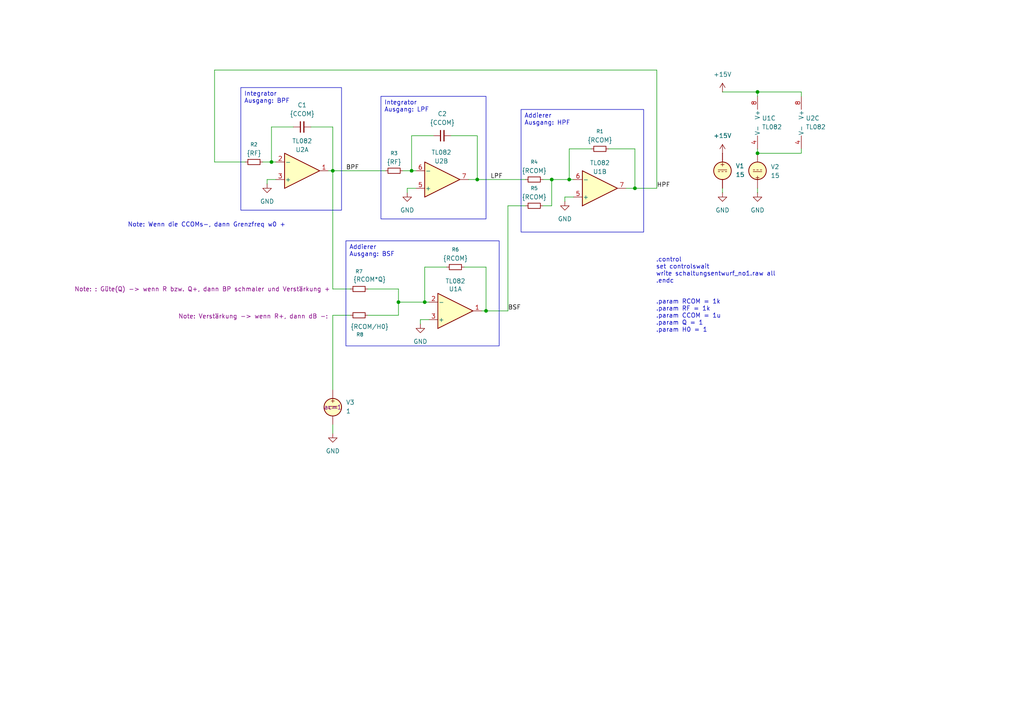
<source format=kicad_sch>
(kicad_sch (version 20250114) (generator "eeschema") (generator_version "9.0")
  (paper "A4")
  (lib_symbols
    (symbol "Amplifier_Operational:TL082" (pin_names (offset 0.127))
      (property "Reference" "U" (at 0 5.08 0))
      (property "Value" "TL082" (at 0 -5.08 0))
      (symbol "TL082_1_1"
        (polyline (pts (xy -5.08 5.08) (xy 5.08 0) (xy -5.08 -5.08) (xy -5.08 5.08)) (stroke (width 0.254)) (fill (type background)))
        (pin input line (at -7.62 2.54 0) (length 2.54) (name "+") (number "3"))
        (pin input line (at -7.62 -2.54 0) (length 2.54) (name "-") (number "2"))
        (pin output line (at 7.62 0 180) (length 2.54) (name "~") (number "1"))
      )
      (symbol "TL082_2_1"
        (polyline (pts (xy -5.08 5.08) (xy 5.08 0) (xy -5.08 -5.08) (xy -5.08 5.08)) (stroke (width 0.254)) (fill (type background)))
        (pin input line (at -7.62 2.54 0) (length 2.54) (name "+") (number "5"))
        (pin input line (at -7.62 -2.54 0) (length 2.54) (name "-") (number "6"))
        (pin output line (at 7.62 0 180) (length 2.54) (name "~") (number "7"))
      )
      (symbol "TL082_3_1"
        (pin power_in line (at -2.54 7.62 270) (length 3.81) (name "V+") (number "8"))
        (pin power_in line (at -2.54 -7.62 90) (length 3.81) (name "V-") (number "4"))
      )
    )
    (symbol "Device:C_Small" (pin_numbers (hide yes)) (pin_names (offset 0.254) (hide yes))
      (property "Reference" "C" (at 0.254 1.778 0))
      (property "Value" "C_Small" (at 0.254 -2.032 0))
      (symbol "C_Small_0_1"
        (polyline (pts (xy -1.524 0.508) (xy 1.524 0.508)) (stroke (width 0.3048)))
        (polyline (pts (xy -1.524 -0.508) (xy 1.524 -0.508)) (stroke (width 0.3302)))
      )
      (symbol "C_Small_1_1"
        (pin passive line (at 0 2.54 270) (length 2.032) (name "~") (number "1"))
        (pin passive line (at 0 -2.54 90) (length 2.032) (name "~") (number "2"))
      )
    )
    (symbol "Device:R_Small" (pin_numbers (hide yes)) (pin_names (offset 0.254) (hide yes))
      (property "Reference" "R" (at 0 0 90))
      (property "Value" "R_Small" (at 1.778 0 90))
      (symbol "R_Small_0_1"
        (rectangle (start -0.762 1.778) (end 0.762 -1.778) (stroke (width 0.2032)))
      )
      (symbol "R_Small_1_1"
        (pin passive line (at 0 2.54 270) (length 0.762) (name "~") (number "1"))
        (pin passive line (at 0 -2.54 90) (length 0.762) (name "~") (number "2"))
      )
    )
    (symbol "Simulation_SPICE:VDC" (pin_numbers (hide yes)) (pin_names (offset 0.0254))
      (property "Reference" "V" (at 2.54 2.54 0))
      (property "Value" "1" (at 2.54 0 0))
      (symbol "VDC_0_0"
        (polyline (pts (xy -1.27 0.254) (xy 1.27 0.254)))
        (polyline (pts (xy -0.762 -0.254) (xy -1.27 -0.254)))
        (polyline (pts (xy 0.254 -0.254) (xy -0.254 -0.254)))
        (polyline (pts (xy 1.27 -0.254) (xy 0.762 -0.254)))
        (text "+" (at 0 1.905 0) (effects (font (size 1.27 1.27))))
      )
      (symbol "VDC_0_1"
        (circle (center 0 0) (radius 2.54) (stroke (width 0.254)) (fill (type background)))
      )
      (symbol "VDC_1_1"
        (pin passive line (at 0 5.08 270) (length 2.54) (name "~") (number "1"))
        (pin passive line (at 0 -5.08 90) (length 2.54) (name "~") (number "2"))
      )
    )
    (symbol "power:+15V" (power) (pin_numbers (hide yes)) (pin_names (offset 0) (hide yes))
      (property "Value" "+15V" (at 0 3.556 0))
      (symbol "+15V_0_1"
        (polyline (pts (xy -0.762 1.27) (xy 0 2.54)))
        (polyline (pts (xy 0 2.54) (xy 0.762 1.27)))
        (polyline (pts (xy 0 0) (xy 0 2.54)))
      )
      (symbol "+15V_1_1"
        (pin power_in line (at 0 0 90) (length 0) (name "~") (number "1"))
      )
    )
    (symbol "power:GND" (power) (pin_numbers (hide yes)) (pin_names (offset 0) (hide yes))
      (property "Value" "GND" (at 0 -3.81 0))
      (symbol "GND_0_1"
        (polyline (pts (xy 0 0) (xy 0 -1.27) (xy 1.27 -1.27) (xy 0 -2.54) (xy -1.27 -1.27) (xy 0 -1.27)))
      )
      (symbol "GND_1_1"
        (pin power_in line (at 0 0 270) (length 0) (name "~") (number "1"))
      )
    )
  )
  (text ".control\nset controlswait\nwrite schaltungsentwurf_no1.raw all\n.endc" (at 190.246 78.486 0) (effects (font (size 1.27 1.27)) (justify left)))
  (text "Note: Wenn die CCOMs-, dann Grenzfreq w0 +" (at 59.944 65.278 0) (effects (font (size 1.27 1.27))))
  (text ".param RCOM = 1k\n.param RF = 1k\n.param CCOM = 1u\n.param Q = 1\n.param H0 = 1\n\n" (at 190.246 86.868 0) (effects (font (size 1.27 1.27)) (justify left top)))
  (text_box "Integrator\nAusgang: LPF\n" (at 110.49 27.94 0) (size 30.48 35.56) (margins 0.9525 0.9525 0.9525 0.9525) (effects (font (size 1.27 1.27)) (justify left top)))
  (text_box "Addierer\nAusgang: HPF\n" (at 151.13 31.75 0) (size 35.56 35.56) (margins 0.9525 0.9525 0.9525 0.9525) (effects (font (size 1.27 1.27)) (justify left top)))
  (text_box "Addierer\nAusgang: BSF\n" (at 100.33 69.85 0) (size 44.45 30.48) (margins 0.9525 0.9525 0.9525 0.9525) (effects (font (size 1.27 1.27)) (justify left top)))
  (text_box "Integrator\nAusgang: BPF\n" (at 69.85 25.4 0) (size 29.21 35.56) (margins 0.9525 0.9525 0.9525 0.9525) (effects (font (size 1.27 1.27)) (justify left top)))
  (junction (at 219.71 26.67))
  (junction (at 140.97 90.17))
  (junction (at 119.38 49.53))
  (junction (at 184.15 54.61))
  (junction (at 96.52 49.53))
  (junction (at 219.71 44.45))
  (junction (at 123.19 87.63))
  (junction (at 160.02 52.07))
  (junction (at 115.57 87.63))
  (junction (at 138.43 52.07))
  (junction (at 78.74 46.99))
  (junction (at 165.1 52.07))
  (wire (pts (xy 219.71 43.18) (xy 219.71 44.45)))
  (wire (pts (xy 118.11 54.61) (xy 120.65 54.61)))
  (wire (pts (xy 190.5 20.32) (xy 190.5 54.61)))
  (wire (pts (xy 90.17 36.83) (xy 96.52 36.83)))
  (wire (pts (xy 140.97 90.17) (xy 140.97 77.47)))
  (wire (pts (xy 176.53 43.18) (xy 184.15 43.18)))
  (wire (pts (xy 171.45 43.18) (xy 165.1 43.18)))
  (wire (pts (xy 106.68 91.44) (xy 115.57 91.44)))
  (wire (pts (xy 77.47 52.07) (xy 80.01 52.07)))
  (wire (pts (xy 96.52 83.82) (xy 101.6 83.82)))
  (wire (pts (xy 96.52 36.83) (xy 96.52 49.53)))
  (wire (pts (xy 77.47 53.34) (xy 77.47 52.07)))
  (wire (pts (xy 165.1 43.18) (xy 165.1 52.07)))
  (wire (pts (xy 123.19 87.63) (xy 124.46 87.63)))
  (wire (pts (xy 232.41 44.45) (xy 219.71 44.45)))
  (wire (pts (xy 76.2 46.99) (xy 78.74 46.99)))
  (wire (pts (xy 135.89 52.07) (xy 138.43 52.07)))
  (wire (pts (xy 232.41 43.18) (xy 232.41 44.45)))
  (wire (pts (xy 165.1 52.07) (xy 166.37 52.07)))
  (wire (pts (xy 96.52 123.19) (xy 96.52 125.73)))
  (wire (pts (xy 85.09 36.83) (xy 78.74 36.83)))
  (wire (pts (xy 78.74 46.99) (xy 80.01 46.99)))
  (wire (pts (xy 190.5 54.61) (xy 184.15 54.61)))
  (wire (pts (xy 123.19 77.47) (xy 123.19 87.63)))
  (wire (pts (xy 119.38 39.37) (xy 119.38 49.53)))
  (wire (pts (xy 160.02 52.07) (xy 165.1 52.07)))
  (wire (pts (xy 116.84 49.53) (xy 119.38 49.53)))
  (wire (pts (xy 71.12 46.99) (xy 62.23 46.99)))
  (wire (pts (xy 115.57 91.44) (xy 115.57 87.63)))
  (wire (pts (xy 115.57 83.82) (xy 115.57 87.63)))
  (wire (pts (xy 147.32 59.69) (xy 152.4 59.69)))
  (wire (pts (xy 134.62 77.47) (xy 140.97 77.47)))
  (wire (pts (xy 147.32 90.17) (xy 140.97 90.17)))
  (wire (pts (xy 123.19 77.47) (xy 129.54 77.47)))
  (wire (pts (xy 115.57 87.63) (xy 123.19 87.63)))
  (wire (pts (xy 160.02 59.69) (xy 157.48 59.69)))
  (wire (pts (xy 138.43 39.37) (xy 138.43 52.07)))
  (wire (pts (xy 62.23 46.99) (xy 62.23 20.32)))
  (wire (pts (xy 118.11 55.88) (xy 118.11 54.61)))
  (wire (pts (xy 209.55 26.67) (xy 219.71 26.67)))
  (wire (pts (xy 209.55 54.61) (xy 209.55 55.88)))
  (wire (pts (xy 119.38 49.53) (xy 120.65 49.53)))
  (wire (pts (xy 219.71 55.88) (xy 219.71 54.61)))
  (wire (pts (xy 106.68 83.82) (xy 115.57 83.82)))
  (wire (pts (xy 78.74 36.83) (xy 78.74 46.99)))
  (wire (pts (xy 163.83 58.42) (xy 163.83 57.15)))
  (wire (pts (xy 119.38 39.37) (xy 125.73 39.37)))
  (wire (pts (xy 130.81 39.37) (xy 138.43 39.37)))
  (wire (pts (xy 62.23 20.32) (xy 190.5 20.32)))
  (wire (pts (xy 96.52 91.44) (xy 96.52 113.03)))
  (wire (pts (xy 147.32 59.69) (xy 147.32 90.17)))
  (wire (pts (xy 184.15 54.61) (xy 181.61 54.61)))
  (wire (pts (xy 121.92 92.71) (xy 121.92 93.98)))
  (wire (pts (xy 138.43 52.07) (xy 152.4 52.07)))
  (wire (pts (xy 157.48 52.07) (xy 160.02 52.07)))
  (wire (pts (xy 124.46 92.71) (xy 121.92 92.71)))
  (wire (pts (xy 95.25 49.53) (xy 96.52 49.53)))
  (wire (pts (xy 232.41 27.94) (xy 232.41 26.67)))
  (wire (pts (xy 140.97 90.17) (xy 139.7 90.17)))
  (wire (pts (xy 219.71 26.67) (xy 219.71 27.94)))
  (wire (pts (xy 184.15 43.18) (xy 184.15 54.61)))
  (wire (pts (xy 96.52 91.44) (xy 101.6 91.44)))
  (wire (pts (xy 160.02 59.69) (xy 160.02 52.07)))
  (wire (pts (xy 96.52 49.53) (xy 96.52 83.82)))
  (wire (pts (xy 96.52 49.53) (xy 111.76 49.53)))
  (wire (pts (xy 163.83 57.15) (xy 166.37 57.15)))
  (wire (pts (xy 219.71 26.67) (xy 232.41 26.67)))
  (label "HPF" (at 190.5 54.61 0))
  (label "LPF" (at 142.24 52.07 0))
  (label "BPF" (at 100.33 49.53 0))
  (label "BSF" (at 147.32 90.17 0))
  (symbol (lib_id "Amplifier_Operational:TL082") (at 222.25 35.56 0) (unit 3)
    (property "Reference" "U1" (at 220.98 34.2899 0) (effects (justify left)))
    (property "Value" "TL082" (at 220.98 36.8299 0) (effects (justify left)))
    (property "Footprint" "Package_DIP:CERDIP-8_W7.62mm_SideBrazed_LongPads_Socket" (effects (hide yes)))
    (property "Datasheet" "http://www.ti.com/lit/ds/symlink/tl081.pdf" (effects (hide yes)))
    (property "Description" "Dual JFET-Input Operational Amplifiers, DIP-8/SOIC-8/SSOP-8" (effects (hide yes)))
    (property "Sim.Library" "TL082-dual.lib" (effects (hide yes)))
    (property "Sim.Name" "TL082-dual" (effects (hide yes)))
    (property "Sim.Device" "SUBCKT" (effects (hide yes)))
    (property "Sim.Pins" "1=1out 2=1in- 3=1in+ 4=vcc- 5=2in+ 6=2in- 7=2out 8=vcc+" (effects (hide yes)))
  )
  (symbol (lib_id "Device:R_Small") (at 73.66 46.99 90) (unit 1)
    (property "Reference" "R2" (at 73.66 41.91 90) (effects (font (size 1.016 1.016))))
    (property "Value" "{RF}" (at 73.66 44.45 90))
    (property "Footprint" "000_Footprints:Resistor" (effects (hide yes)))
    (property "Description" "Resistor, small symbol" (effects (hide yes)))
  )
  (symbol (lib_id "Device:R_Small") (at 154.94 52.07 90) (unit 1)
    (property "Reference" "R4" (at 154.94 46.99 90) (effects (font (size 1.016 1.016))))
    (property "Value" "{RCOM}" (at 154.94 49.53 90))
    (property "Footprint" "000_Footprints:Resistor" (effects (hide yes)))
    (property "Description" "Resistor, small symbol" (effects (hide yes)))
  )
  (symbol (lib_id "Simulation_SPICE:VDC") (at 96.52 118.11 0) (unit 1)
    (property "Reference" "V3" (at 100.33 116.7101 0) (effects (justify left)))
    (property "Value" "1" (at 100.33 119.2501 0) (effects (justify left)))
    (property "Datasheet" "https://ngspice.sourceforge.io/docs/ngspice-html-manual/manual.xhtml#sec_Independent_Sources_for" (effects (hide yes)))
    (property "Description" "Voltage source, DC" (effects (hide yes)))
    (property "Sim.Pins" "1=+ 2=-" (effects (hide yes)))
    (property "Sim.Type" "DC" (effects (hide yes)))
    (property "Sim.Device" "V" (effects (hide yes)))
    (property "Sim.Params" "ac=1" (at 96.52 118.11 0))
  )
  (symbol (lib_id "power:GND") (at 163.83 58.42 0) (unit 1)
    (property "Reference" "#PWR04" (effects (hide yes)))
    (property "Value" "GND" (at 163.83 63.5 0))
    (property "Description" "Power symbol creates a global label with name \"GND\" , ground" (effects (hide yes)))
  )
  (symbol (lib_id "power:GND") (at 219.71 55.88 0) (unit 1)
    (property "Reference" "#PWR05" (effects (hide yes)))
    (property "Value" "GND" (at 219.71 60.96 0))
    (property "Description" "Power symbol creates a global label with name \"GND\" , ground" (effects (hide yes)))
  )
  (symbol (lib_id "Device:C_Small") (at 87.63 36.83 90) (unit 1)
    (property "Reference" "C1" (at 87.6363 30.48 90))
    (property "Value" "{CCOM}" (at 87.6363 33.02 90))
    (property "Description" "Unpolarized capacitor, small symbol" (effects (hide yes)))
  )
  (symbol (lib_id "Simulation_SPICE:VDC") (at 219.71 49.53 180) (unit 1)
    (property "Reference" "V2" (at 223.52 48.3897 0) (effects (justify right)))
    (property "Value" "15" (at 223.52 50.9297 0) (effects (justify right)))
    (property "Datasheet" "https://ngspice.sourceforge.io/docs/ngspice-html-manual/manual.xhtml#sec_Independent_Sources_for" (effects (hide yes)))
    (property "Description" "Voltage source, DC" (effects (hide yes)))
    (property "Sim.Pins" "1=+ 2=-" (effects (hide yes)))
    (property "Sim.Type" "DC" (effects (hide yes)))
    (property "Sim.Device" "V" (effects (hide yes)))
  )
  (symbol (lib_id "power:GND") (at 121.92 93.98 0) (unit 1)
    (property "Reference" "#PWR06" (effects (hide yes)))
    (property "Value" "GND" (at 121.92 99.06 0))
    (property "Description" "Power symbol creates a global label with name \"GND\" , ground" (effects (hide yes)))
  )
  (symbol (lib_id "Device:C_Small") (at 128.27 39.37 90) (unit 1)
    (property "Reference" "C2" (at 128.2763 33.02 90))
    (property "Value" "{CCOM}" (at 128.2763 35.56 90))
    (property "Description" "Unpolarized capacitor, small symbol" (effects (hide yes)))
  )
  (symbol (lib_id "Amplifier_Operational:TL082") (at 173.99 54.61 0) (mirror x) (unit 2)
    (property "Reference" "U1" (at 173.99 49.784 0))
    (property "Value" "TL082" (at 173.99 47.244 0))
    (property "Footprint" "Package_DIP:CERDIP-8_W7.62mm_SideBrazed_LongPads_Socket" (effects (hide yes)))
    (property "Datasheet" "http://www.ti.com/lit/ds/symlink/tl081.pdf" (effects (hide yes)))
    (property "Description" "Dual JFET-Input Operational Amplifiers, DIP-8/SOIC-8/SSOP-8" (effects (hide yes)))
    (property "Sim.Library" "TL082-dual.lib" (effects (hide yes)))
    (property "Sim.Name" "TL082-dual" (effects (hide yes)))
    (property "Sim.Device" "SUBCKT" (effects (hide yes)))
    (property "Sim.Pins" "1=1out 2=1in- 3=1in+ 4=vcc- 5=2in+ 6=2in- 7=2out 8=vcc+" (effects (hide yes)))
  )
  (symbol (lib_id "power:GND") (at 118.11 55.88 0) (unit 1)
    (property "Reference" "#PWR03" (effects (hide yes)))
    (property "Value" "GND" (at 118.11 60.96 0))
    (property "Description" "Power symbol creates a global label with name \"GND\" , ground" (effects (hide yes)))
  )
  (symbol (lib_id "Device:R_Small") (at 173.99 43.18 90) (unit 1)
    (property "Reference" "R1" (at 173.99 38.1 90) (effects (font (size 1.016 1.016))))
    (property "Value" "{RCOM}" (at 173.99 40.64 90))
    (property "Footprint" "000_Footprints:Resistor" (effects (hide yes)))
    (property "Description" "Resistor, small symbol" (effects (hide yes)))
  )
  (symbol (lib_id "power:GND") (at 96.52 125.73 0) (unit 1)
    (property "Reference" "#PWR07" (effects (hide yes)))
    (property "Value" "GND" (at 96.52 130.81 0))
    (property "Description" "Power symbol creates a global label with name \"GND\" , ground" (effects (hide yes)))
  )
  (symbol (lib_id "Amplifier_Operational:TL082") (at 132.08 90.17 0) (mirror x) (unit 1)
    (property "Reference" "U1" (at 132.08 83.82 0))
    (property "Value" "TL082" (at 132.08 81.534 0))
    (property "Footprint" "Package_DIP:CERDIP-8_W7.62mm_SideBrazed_LongPads_Socket" (effects (hide yes)))
    (property "Datasheet" "http://www.ti.com/lit/ds/symlink/tl081.pdf" (effects (hide yes)))
    (property "Description" "Dual JFET-Input Operational Amplifiers, DIP-8/SOIC-8/SSOP-8" (effects (hide yes)))
    (property "Sim.Library" "TL082-dual.lib" (effects (hide yes)))
    (property "Sim.Name" "TL082-dual" (effects (hide yes)))
    (property "Sim.Device" "SUBCKT" (effects (hide yes)))
    (property "Sim.Pins" "1=1out 2=1in- 3=1in+ 4=vcc- 5=2in+ 6=2in- 7=2out 8=vcc+" (effects (hide yes)))
  )
  (symbol (lib_id "Device:R_Small") (at 104.14 83.82 90) (unit 1)
    (property "Reference" "R7" (at 104.14 78.74 90) (effects (font (size 1.016 1.016))))
    (property "Value" "{RCOM*Q}" (at 107.188 81.026 90))
    (property "Footprint" "000_Footprints:Trimmer straight" (effects (hide yes)))
    (property "Description" "Resistor, small symbol" (effects (hide yes)))
    (property "Note: " "Güte(Q) -> wenn R bzw. Q+, dann BP schmaler und Verstärkung +" (at 58.674 83.82 90) (show_name yes))
  )
  (symbol (lib_id "power:GND") (at 77.47 53.34 0) (unit 1)
    (property "Reference" "#PWR02" (effects (hide yes)))
    (property "Value" "GND" (at 77.47 58.42 0))
    (property "Description" "Power symbol creates a global label with name \"GND\" , ground" (effects (hide yes)))
  )
  (symbol (lib_id "Simulation_SPICE:VDC") (at 209.55 49.53 0) (unit 1)
    (property "Reference" "V1" (at 213.36 48.1301 0) (effects (justify left)))
    (property "Value" "15" (at 213.36 50.6701 0) (effects (justify left)))
    (property "Datasheet" "https://ngspice.sourceforge.io/docs/ngspice-html-manual/manual.xhtml#sec_Independent_Sources_for" (effects (hide yes)))
    (property "Description" "Voltage source, DC" (effects (hide yes)))
    (property "Sim.Pins" "1=+ 2=-" (effects (hide yes)))
    (property "Sim.Type" "DC" (effects (hide yes)))
    (property "Sim.Device" "V" (effects (hide yes)))
  )
  (symbol (lib_id "Device:R_Small") (at 132.08 77.47 90) (unit 1)
    (property "Reference" "R6" (at 132.08 72.39 90) (effects (font (size 1.016 1.016))))
    (property "Value" "{RCOM}" (at 132.08 74.93 90))
    (property "Footprint" "000_Footprints:Resistor" (effects (hide yes)))
    (property "Description" "Resistor, small symbol" (effects (hide yes)))
  )
  (symbol (lib_id "Device:R_Small") (at 104.14 91.44 90) (unit 1)
    (property "Reference" "R8" (at 104.394 97.028 90) (effects (font (size 1.016 1.016))))
    (property "Value" "{RCOM/H0}" (at 107.188 94.742 90))
    (property "Footprint" "000_Footprints:Trimmer straight" (effects (hide yes)))
    (property "Description" "Resistor, small symbol" (effects (hide yes)))
  )
  (symbol (lib_id "power:+15V") (at 209.55 26.67 0) (unit 1)
    (property "Reference" "#PWR08" (effects (hide yes)))
    (property "Value" "+15V" (at 209.55 21.59 0))
    (property "Description" "Power symbol creates a global label with name \"+15V\"" (effects (hide yes)))
  )
  (symbol (lib_id "power:GND") (at 209.55 55.88 0) (unit 1)
    (property "Reference" "#PWR01" (effects (hide yes)))
    (property "Value" "GND" (at 209.55 60.96 0))
    (property "Description" "Power symbol creates a global label with name \"GND\" , ground" (effects (hide yes)))
  )
  (symbol (lib_id "Amplifier_Operational:TL082") (at 234.95 35.56 0) (unit 3)
    (property "Reference" "U2" (at 233.68 34.2899 0) (effects (justify left)))
    (property "Value" "TL082" (at 233.68 36.8299 0) (effects (justify left)))
    (property "Footprint" "Package_DIP:CERDIP-8_W7.62mm_SideBrazed_LongPads_Socket" (effects (hide yes)))
    (property "Datasheet" "http://www.ti.com/lit/ds/symlink/tl081.pdf" (effects (hide yes)))
    (property "Description" "Dual JFET-Input Operational Amplifiers, DIP-8/SOIC-8/SSOP-8" (effects (hide yes)))
    (property "Sim.Library" "TL082-dual.lib" (effects (hide yes)))
    (property "Sim.Name" "TL082-dual" (effects (hide yes)))
    (property "Sim.Device" "SUBCKT" (effects (hide yes)))
    (property "Sim.Pins" "1=1out 2=1in- 3=1in+ 4=vcc- 5=2in+ 6=2in- 7=2out 8=vcc+" (effects (hide yes)))
  )
  (symbol (lib_id "power:+15V") (at 209.55 44.45 0) (unit 1)
    (property "Reference" "#PWR09" (effects (hide yes)))
    (property "Value" "+15V" (at 209.55 39.37 0))
    (property "Description" "Power symbol creates a global label with name \"+15V\"" (effects (hide yes)))
  )
  (symbol (lib_id "Amplifier_Operational:TL082") (at 87.63 49.53 0) (mirror x) (unit 1)
    (property "Reference" "U2" (at 87.63 43.434 0))
    (property "Value" "TL082" (at 87.63 40.894 0))
    (property "Footprint" "Package_DIP:CERDIP-8_W7.62mm_SideBrazed_LongPads_Socket" (effects (hide yes)))
    (property "Datasheet" "http://www.ti.com/lit/ds/symlink/tl081.pdf" (effects (hide yes)))
    (property "Description" "Dual JFET-Input Operational Amplifiers, DIP-8/SOIC-8/SSOP-8" (effects (hide yes)))
    (property "Sim.Library" "TL082-dual.lib" (effects (hide yes)))
    (property "Sim.Name" "TL082-dual" (effects (hide yes)))
    (property "Sim.Device" "SUBCKT" (effects (hide yes)))
    (property "Sim.Pins" "1=1out 2=1in- 3=1in+ 4=vcc- 5=2in+ 6=2in- 7=2out 8=vcc+" (effects (hide yes)))
  )
  (symbol (lib_id "Amplifier_Operational:TL082") (at 128.27 52.07 0) (mirror x) (unit 2)
    (property "Reference" "U2" (at 128.016 46.736 0))
    (property "Value" "TL082" (at 128.016 44.196 0))
    (property "Footprint" "Package_DIP:CERDIP-8_W7.62mm_SideBrazed_LongPads_Socket" (effects (hide yes)))
    (property "Datasheet" "http://www.ti.com/lit/ds/symlink/tl081.pdf" (effects (hide yes)))
    (property "Description" "Dual JFET-Input Operational Amplifiers, DIP-8/SOIC-8/SSOP-8" (effects (hide yes)))
    (property "Sim.Library" "TL082-dual.lib" (effects (hide yes)))
    (property "Sim.Name" "TL082-dual" (effects (hide yes)))
    (property "Sim.Device" "SUBCKT" (effects (hide yes)))
    (property "Sim.Pins" "1=1out 2=1in- 3=1in+ 4=vcc- 5=2in+ 6=2in- 7=2out 8=vcc+" (effects (hide yes)))
  )
  (symbol (lib_id "Device:R_Small") (at 114.3 49.53 90) (unit 1)
    (property "Reference" "R3" (at 114.3 44.45 90) (effects (font (size 1.016 1.016))))
    (property "Value" "{RF}" (at 114.3 46.99 90))
    (property "Footprint" "000_Footprints:Resistor" (effects (hide yes)))
    (property "Description" "Resistor, small symbol" (effects (hide yes)))
  )
  (symbol (lib_id "Device:R_Small") (at 154.94 59.69 90) (unit 1)
    (property "Reference" "R5" (at 154.94 54.61 90) (effects (font (size 1.016 1.016))))
    (property "Value" "{RCOM}" (at 154.94 57.15 90))
    (property "Footprint" "000_Footprints:Resistor" (effects (hide yes)))
    (property "Description" "Resistor, small symbol" (effects (hide yes)))
  )
)
</source>
